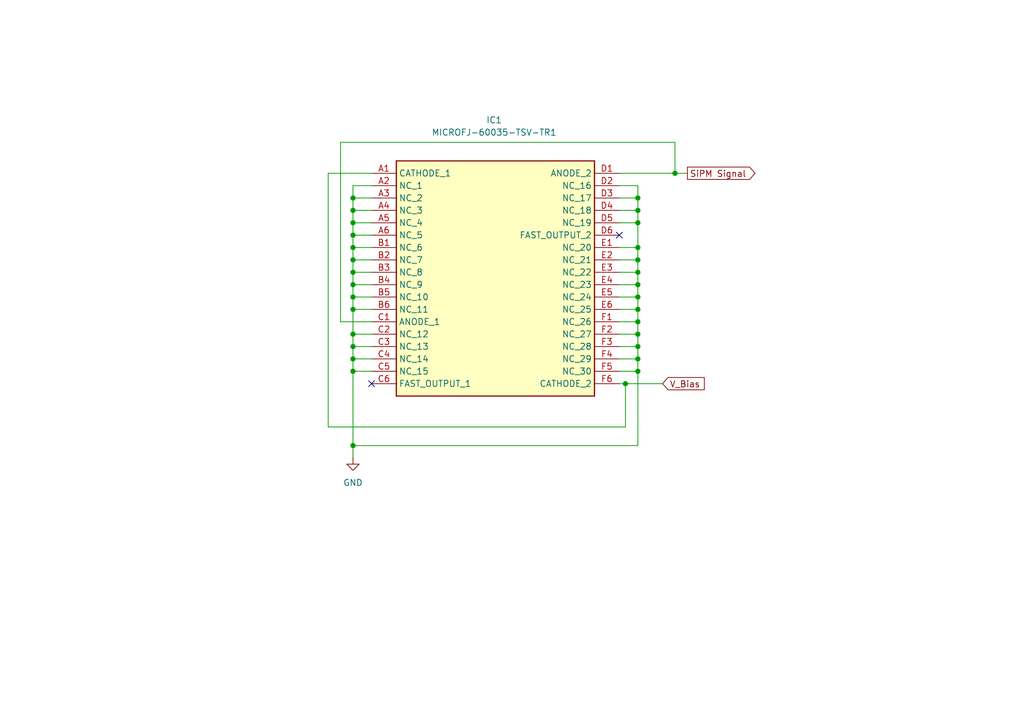
<source format=kicad_sch>
(kicad_sch (version 20250114) (generator "eeschema") (generator_version "9.0")
  (paper "A5")
  (lib_symbols
    (symbol "SiPM:MICROFJ-60035-TSV-TR1"
      (property "Reference" "D" (at 46.99 7.62 0))
      (property "Value" "MICROFJ-60035-TSV-TR1" (at 46.99 5.08 0))
      (symbol "MICROFJ-60035-TSV-TR1_1_1"
        (rectangle (start 5.08 2.54) (end 45.72 -45.72) (stroke (width 0.254)) (fill (type background)))
        (pin passive line (at 0 0 0) (length 5.08) (name "CATHODE_1") (number "A1"))
        (pin passive line (at 0 -2.54 0) (length 5.08) (name "NC_1") (number "A2"))
        (pin passive line (at 0 -5.08 0) (length 5.08) (name "NC_2") (number "A3"))
        (pin passive line (at 0 -7.62 0) (length 5.08) (name "NC_3") (number "A4"))
        (pin passive line (at 0 -10.16 0) (length 5.08) (name "NC_4") (number "A5"))
        (pin passive line (at 0 -12.7 0) (length 5.08) (name "NC_5") (number "A6"))
        (pin passive line (at 0 -15.24 0) (length 5.08) (name "NC_6") (number "B1"))
        (pin passive line (at 0 -17.78 0) (length 5.08) (name "NC_7") (number "B2"))
        (pin passive line (at 0 -20.32 0) (length 5.08) (name "NC_8") (number "B3"))
        (pin passive line (at 0 -22.86 0) (length 5.08) (name "NC_9") (number "B4"))
        (pin passive line (at 0 -25.4 0) (length 5.08) (name "NC_10") (number "B5"))
        (pin passive line (at 0 -27.94 0) (length 5.08) (name "NC_11") (number "B6"))
        (pin passive line (at 0 -30.48 0) (length 5.08) (name "ANODE_1") (number "C1"))
        (pin passive line (at 0 -33.02 0) (length 5.08) (name "NC_12") (number "C2"))
        (pin passive line (at 0 -35.56 0) (length 5.08) (name "NC_13") (number "C3"))
        (pin passive line (at 0 -38.1 0) (length 5.08) (name "NC_14") (number "C4"))
        (pin passive line (at 0 -40.64 0) (length 5.08) (name "NC_15") (number "C5"))
        (pin passive line (at 0 -43.18 0) (length 5.08) (name "FAST_OUTPUT_1") (number "C6"))
        (pin passive line (at 50.8 0 180) (length 5.08) (name "ANODE_2") (number "D1"))
        (pin passive line (at 50.8 -2.54 180) (length 5.08) (name "NC_16") (number "D2"))
        (pin passive line (at 50.8 -5.08 180) (length 5.08) (name "NC_17") (number "D3"))
        (pin passive line (at 50.8 -7.62 180) (length 5.08) (name "NC_18") (number "D4"))
        (pin passive line (at 50.8 -10.16 180) (length 5.08) (name "NC_19") (number "D5"))
        (pin passive line (at 50.8 -12.7 180) (length 5.08) (name "FAST_OUTPUT_2") (number "D6"))
        (pin passive line (at 50.8 -15.24 180) (length 5.08) (name "NC_20") (number "E1"))
        (pin passive line (at 50.8 -17.78 180) (length 5.08) (name "NC_21") (number "E2"))
        (pin passive line (at 50.8 -20.32 180) (length 5.08) (name "NC_22") (number "E3"))
        (pin passive line (at 50.8 -22.86 180) (length 5.08) (name "NC_23") (number "E4"))
        (pin passive line (at 50.8 -25.4 180) (length 5.08) (name "NC_24") (number "E5"))
        (pin passive line (at 50.8 -27.94 180) (length 5.08) (name "NC_25") (number "E6"))
        (pin passive line (at 50.8 -30.48 180) (length 5.08) (name "NC_26") (number "F1"))
        (pin passive line (at 50.8 -33.02 180) (length 5.08) (name "NC_27") (number "F2"))
        (pin passive line (at 50.8 -35.56 180) (length 5.08) (name "NC_28") (number "F3"))
        (pin passive line (at 50.8 -38.1 180) (length 5.08) (name "NC_29") (number "F4"))
        (pin passive line (at 50.8 -40.64 180) (length 5.08) (name "NC_30") (number "F5"))
        (pin passive line (at 50.8 -43.18 180) (length 5.08) (name "CATHODE_2") (number "F6"))
      )
    )
    (symbol "power:GND" (power) (pin_numbers (hide yes)) (pin_names (offset 0) (hide yes))
      (property "Value" "GND" (at 0 -3.81 0))
      (symbol "GND_0_1"
        (polyline (pts (xy 0 0) (xy 0 -1.27) (xy 1.27 -1.27) (xy 0 -2.54) (xy -1.27 -1.27) (xy 0 -1.27)))
      )
      (symbol "GND_1_1"
        (pin power_in line (at 0 0 270) (length 0) (name "~") (number "1"))
      )
    )
  )
  (junction (at 130.81 55.88))
  (junction (at 130.81 73.66))
  (junction (at 130.81 58.42))
  (junction (at 72.39 63.5))
  (junction (at 130.81 66.04))
  (junction (at 130.81 43.18))
  (junction (at 72.39 55.88))
  (junction (at 72.39 60.96))
  (junction (at 130.81 60.96))
  (junction (at 72.39 71.12))
  (junction (at 72.39 48.26))
  (junction (at 72.39 53.34))
  (junction (at 72.39 45.72))
  (junction (at 72.39 50.8))
  (junction (at 130.81 50.8))
  (junction (at 128.27 78.74))
  (junction (at 130.81 53.34))
  (junction (at 72.39 91.44))
  (junction (at 130.81 71.12))
  (junction (at 130.81 76.2))
  (junction (at 130.81 45.72))
  (junction (at 130.81 40.64))
  (junction (at 72.39 68.58))
  (junction (at 72.39 58.42))
  (junction (at 72.39 43.18))
  (junction (at 130.81 68.58))
  (junction (at 138.43 35.56))
  (junction (at 130.81 63.5))
  (junction (at 72.39 76.2))
  (junction (at 72.39 73.66))
  (junction (at 72.39 40.64))
  (no_connect (at 127 48.26))
  (no_connect (at 76.2 78.74))
  (wire (pts (xy 127 68.58) (xy 130.81 68.58)))
  (wire (pts (xy 127 38.1) (xy 130.81 38.1)))
  (wire (pts (xy 128.27 87.63) (xy 128.27 78.74)))
  (wire (pts (xy 130.81 71.12) (xy 130.81 73.66)))
  (wire (pts (xy 69.85 66.04) (xy 69.85 29.21)))
  (wire (pts (xy 130.81 63.5) (xy 130.81 66.04)))
  (wire (pts (xy 128.27 78.74) (xy 135.89 78.74)))
  (wire (pts (xy 127 55.88) (xy 130.81 55.88)))
  (wire (pts (xy 130.81 68.58) (xy 130.81 71.12)))
  (wire (pts (xy 138.43 29.21) (xy 138.43 35.56)))
  (wire (pts (xy 72.39 43.18) (xy 76.2 43.18)))
  (wire (pts (xy 72.39 40.64) (xy 72.39 43.18)))
  (wire (pts (xy 72.39 63.5) (xy 76.2 63.5)))
  (wire (pts (xy 130.81 66.04) (xy 130.81 68.58)))
  (wire (pts (xy 127 53.34) (xy 130.81 53.34)))
  (wire (pts (xy 130.81 38.1) (xy 130.81 40.64)))
  (wire (pts (xy 72.39 45.72) (xy 76.2 45.72)))
  (wire (pts (xy 127 78.74) (xy 128.27 78.74)))
  (wire (pts (xy 72.39 91.44) (xy 72.39 93.98)))
  (wire (pts (xy 127 63.5) (xy 130.81 63.5)))
  (wire (pts (xy 72.39 53.34) (xy 76.2 53.34)))
  (wire (pts (xy 72.39 45.72) (xy 72.39 48.26)))
  (wire (pts (xy 69.85 29.21) (xy 138.43 29.21)))
  (wire (pts (xy 127 76.2) (xy 130.81 76.2)))
  (wire (pts (xy 130.81 53.34) (xy 130.81 55.88)))
  (wire (pts (xy 130.81 43.18) (xy 130.81 45.72)))
  (wire (pts (xy 127 35.56) (xy 138.43 35.56)))
  (wire (pts (xy 72.39 48.26) (xy 72.39 50.8)))
  (wire (pts (xy 72.39 71.12) (xy 76.2 71.12)))
  (wire (pts (xy 72.39 91.44) (xy 130.81 91.44)))
  (wire (pts (xy 67.31 35.56) (xy 76.2 35.56)))
  (wire (pts (xy 127 73.66) (xy 130.81 73.66)))
  (wire (pts (xy 130.81 40.64) (xy 130.81 43.18)))
  (wire (pts (xy 130.81 50.8) (xy 130.81 53.34)))
  (wire (pts (xy 127 43.18) (xy 130.81 43.18)))
  (wire (pts (xy 130.81 58.42) (xy 130.81 60.96)))
  (wire (pts (xy 72.39 50.8) (xy 72.39 53.34)))
  (wire (pts (xy 72.39 68.58) (xy 72.39 71.12)))
  (wire (pts (xy 72.39 73.66) (xy 72.39 76.2)))
  (wire (pts (xy 67.31 35.56) (xy 67.31 87.63)))
  (wire (pts (xy 72.39 76.2) (xy 76.2 76.2)))
  (wire (pts (xy 130.81 73.66) (xy 130.81 76.2)))
  (wire (pts (xy 138.43 35.56) (xy 140.97 35.56)))
  (wire (pts (xy 72.39 55.88) (xy 72.39 58.42)))
  (wire (pts (xy 127 60.96) (xy 130.81 60.96)))
  (wire (pts (xy 72.39 50.8) (xy 76.2 50.8)))
  (wire (pts (xy 72.39 38.1) (xy 72.39 40.64)))
  (wire (pts (xy 127 45.72) (xy 130.81 45.72)))
  (wire (pts (xy 130.81 60.96) (xy 130.81 63.5)))
  (wire (pts (xy 127 71.12) (xy 130.81 71.12)))
  (wire (pts (xy 72.39 58.42) (xy 72.39 60.96)))
  (wire (pts (xy 72.39 60.96) (xy 72.39 63.5)))
  (wire (pts (xy 127 58.42) (xy 130.81 58.42)))
  (wire (pts (xy 72.39 76.2) (xy 72.39 91.44)))
  (wire (pts (xy 72.39 73.66) (xy 76.2 73.66)))
  (wire (pts (xy 127 50.8) (xy 130.81 50.8)))
  (wire (pts (xy 76.2 66.04) (xy 69.85 66.04)))
  (wire (pts (xy 130.81 45.72) (xy 130.81 50.8)))
  (wire (pts (xy 72.39 48.26) (xy 76.2 48.26)))
  (wire (pts (xy 72.39 63.5) (xy 72.39 68.58)))
  (wire (pts (xy 127 66.04) (xy 130.81 66.04)))
  (wire (pts (xy 72.39 71.12) (xy 72.39 73.66)))
  (wire (pts (xy 76.2 38.1) (xy 72.39 38.1)))
  (wire (pts (xy 67.31 87.63) (xy 128.27 87.63)))
  (wire (pts (xy 127 40.64) (xy 130.81 40.64)))
  (wire (pts (xy 72.39 43.18) (xy 72.39 45.72)))
  (wire (pts (xy 72.39 68.58) (xy 76.2 68.58)))
  (wire (pts (xy 72.39 60.96) (xy 76.2 60.96)))
  (wire (pts (xy 72.39 55.88) (xy 76.2 55.88)))
  (wire (pts (xy 130.81 55.88) (xy 130.81 58.42)))
  (wire (pts (xy 72.39 40.64) (xy 76.2 40.64)))
  (wire (pts (xy 72.39 53.34) (xy 72.39 55.88)))
  (wire (pts (xy 130.81 76.2) (xy 130.81 91.44)))
  (wire (pts (xy 72.39 58.42) (xy 76.2 58.42)))
  (global_label "SiPM Signal" (shape output) (at 140.97 35.56 0) (property "Intersheetrefs" "${INTERSHEET_REFS}" (effects (hide yes))))
  (global_label "V_Bias" (shape input) (at 135.89 78.74 0) (property "Intersheetrefs" "${INTERSHEET_REFS}" (effects (hide yes))))
  (symbol (lib_id "power:GND") (at 72.39 93.98 0) (unit 1)
    (property "Reference" "#PWR01" (effects (hide yes)))
    (property "Value" "GND" (at 72.39 99.06 0))
    (property "Description" "Power symbol creates a global label with name \"GND\" , ground" (effects (hide yes)))
  )
  (symbol (lib_id "SiPM:MICROFJ-60035-TSV-TR1") (at 76.2 35.56 0) (unit 1)
    (property "Reference" "IC1" (at 101.346 24.638 0))
    (property "Value" "MICROFJ-60035-TSV-TR1" (at 101.346 27.178 0))
    (property "Footprint" "MICROFJ60035TSVTR1" (effects (hide yes)))
    (property "Datasheet" "https://www.onsemi.com/pub/Collateral/MICROJ-SERIES-D.PDF" (effects (hide yes)))
    (property "Description" "High-density microcells; Optimized for high-performance timing applications, such as ToF-PET; Ultra-low dark count rates of 50 kHz/mm2 typical; J-Series sensors feature ON Semiconductor\\'s unique \\'fast output\\' terminal; Exceptional breakdown voltage uniformity of +/-250 mV; Temperature stability of 21.5 mV/C; 3 mm, 4 mm and 6 mm sensor sizes; Available in a reflow solder compatible TSV chip-scale package; Bias voltage of <30 V" (effects (hide yes)))
    (property "Height" "0.67" (effects (hide yes)))
    (property "Manufacturer_Name" "onsemi" (effects (hide yes)))
    (property "Manufacturer_Part_Number" "MICROFJ-60035-TSV-TR1" (effects (hide yes)))
    (property "Mouser Part Number" "863-MFJ60035TSVTR1" (effects (hide yes)))
    (property "Mouser Price/Stock" "https://www.mouser.co.uk/ProductDetail/onsemi/MICROFJ-60035-TSV-TR1?qs=byeeYqUIh0NZJG9dg5%252B6Ug%3D%3D" (effects (hide yes)))
    (property "Arrow Part Number" "MICROFJ-60035-TSV-TR1" (effects (hide yes)))
    (property "Arrow Price/Stock" "https://www.arrow.com/en/products/microfj-60035-tsv-tr1/on-semiconductor?utm_currency=USD&region=nac" (effects (hide yes)))
  )
)
</source>
